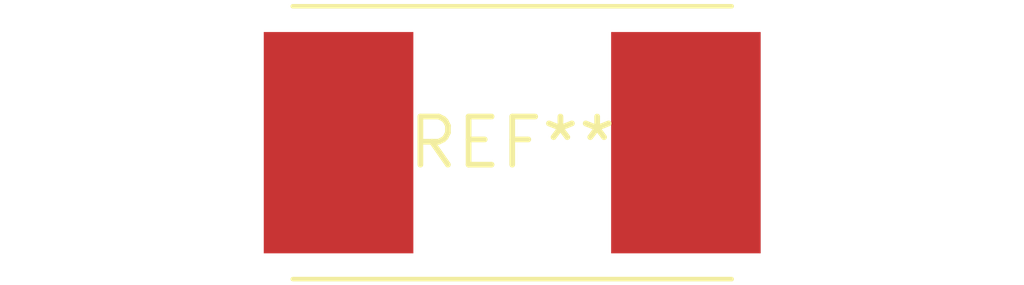
<source format=kicad_pcb>
(kicad_pcb (version 20240108) (generator pcbnew)
  (layers (0 "F.Cu" signal) (31 "B.Cu" signal) (34 "B.Paste" user) (35 "F.Paste" user) (36 "B.SilkS" user "B.Silkscreen") (37 "F.SilkS" user "F.Silkscreen") (38 "B.Mask" user) (39 "F.Mask" user) (44 "Edge.Cuts" user))
  (net 0 "")
  (footprint "R_Shunt_Vishay_WSR2_WSR3" (layer "F.Cu") (at 0 0)
    (property "Reference" "REF**")
    (property "Value" "R_Shunt_Vishay_WSR2_WSR3")
    (fp_line (start -5.78 -3.6) (end 5.78 -3.6) (layer "F.SilkS") (stroke (width 0.12)))
    (fp_line (start -5.78 3.6) (end 5.78 3.6) (layer "F.SilkS") (stroke (width 0.12)))
    (pad "1" smd rect (at -4.575 0) (size 3.94 5.84) (layers "F.Cu" "F.Paste" "F.Mask"))
    (pad "2" smd rect (at 4.575 0) (size 3.94 5.84) (layers "F.Cu" "F.Paste" "F.Mask"))
  )
)
</source>
